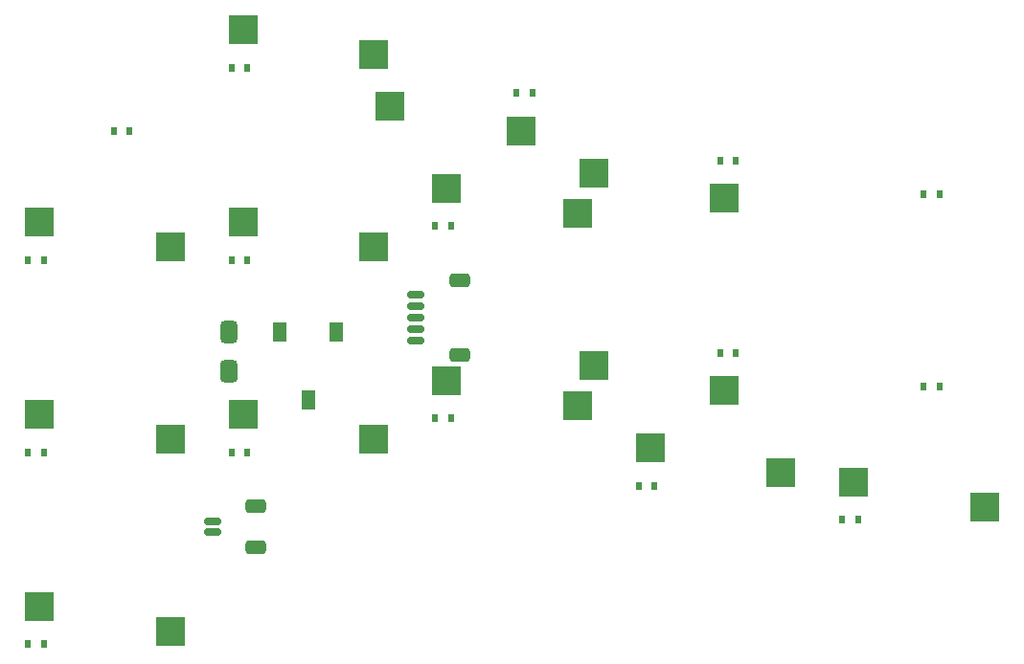
<source format=gbr>
%TF.GenerationSoftware,KiCad,Pcbnew,7.0.6-0*%
%TF.CreationDate,2023-08-01T13:28:46+08:00*%
%TF.ProjectId,left,6c656674-2e6b-4696-9361-645f70636258,v1.0.0*%
%TF.SameCoordinates,Original*%
%TF.FileFunction,Paste,Bot*%
%TF.FilePolarity,Positive*%
%FSLAX46Y46*%
G04 Gerber Fmt 4.6, Leading zero omitted, Abs format (unit mm)*
G04 Created by KiCad (PCBNEW 7.0.6-0) date 2023-08-01 13:28:46*
%MOMM*%
%LPD*%
G01*
G04 APERTURE LIST*
G04 Aperture macros list*
%AMRoundRect*
0 Rectangle with rounded corners*
0 $1 Rounding radius*
0 $2 $3 $4 $5 $6 $7 $8 $9 X,Y pos of 4 corners*
0 Add a 4 corners polygon primitive as box body*
4,1,4,$2,$3,$4,$5,$6,$7,$8,$9,$2,$3,0*
0 Add four circle primitives for the rounded corners*
1,1,$1+$1,$2,$3*
1,1,$1+$1,$4,$5*
1,1,$1+$1,$6,$7*
1,1,$1+$1,$8,$9*
0 Add four rect primitives between the rounded corners*
20,1,$1+$1,$2,$3,$4,$5,0*
20,1,$1+$1,$4,$5,$6,$7,0*
20,1,$1+$1,$6,$7,$8,$9,0*
20,1,$1+$1,$8,$9,$2,$3,0*%
G04 Aperture macros list end*
%ADD10R,0.600000X0.700000*%
%ADD11R,1.200000X1.800000*%
%ADD12RoundRect,0.381000X0.381000X-0.619000X0.381000X0.619000X-0.381000X0.619000X-0.381000X-0.619000X0*%
%ADD13RoundRect,0.378000X0.378000X-0.622000X0.378000X0.622000X-0.378000X0.622000X-0.378000X-0.622000X0*%
%ADD14RoundRect,0.150000X-0.625000X0.150000X-0.625000X-0.150000X0.625000X-0.150000X0.625000X0.150000X0*%
%ADD15RoundRect,0.250000X-0.650000X0.350000X-0.650000X-0.350000X0.650000X-0.350000X0.650000X0.350000X0*%
%ADD16R,2.600000X2.600000*%
G04 APERTURE END LIST*
D10*
%TO.C,D1*%
X74900000Y42400000D03*
X76300000Y42400000D03*
%TD*%
%TO.C,D2*%
X74900000Y25400000D03*
X76300000Y25400000D03*
%TD*%
%TO.C,D3*%
X4700000Y48000000D03*
X3300000Y48000000D03*
%TD*%
D11*
%TO.C,SS1*%
X18000000Y30250000D03*
X20500000Y24250000D03*
X23000000Y30250000D03*
%TD*%
D12*
%TO.C,SB1*%
X13500000Y26750000D03*
D13*
X13500000Y30250000D03*
%TD*%
D14*
%TO.C,JB1*%
X12000000Y12500000D03*
X12000000Y13500000D03*
D15*
X15875000Y11200000D03*
X15875000Y14800000D03*
%TD*%
D14*
%TO.C,JC1*%
X30000000Y29500000D03*
X30000000Y30500000D03*
X30000000Y31500000D03*
X30000000Y32500000D03*
X30000000Y33500000D03*
D15*
X33875000Y34800000D03*
X33875000Y28200000D03*
%TD*%
D16*
%TO.C,S3*%
X-3275000Y39950000D03*
X8275000Y37750000D03*
%TD*%
D10*
%TO.C,D4*%
X-2900000Y36600000D03*
X-4300000Y36600000D03*
%TD*%
D16*
%TO.C,S4*%
X-3275000Y22950000D03*
X8275000Y20750000D03*
%TD*%
D10*
%TO.C,D5*%
X-2900000Y19600000D03*
X-4300000Y19600000D03*
%TD*%
D16*
%TO.C,S5*%
X-3275000Y5950000D03*
X8275000Y3750000D03*
%TD*%
D10*
%TO.C,D6*%
X-2900000Y2600000D03*
X-4300000Y2600000D03*
%TD*%
D16*
%TO.C,S6*%
X14725000Y56950000D03*
X26275000Y54750000D03*
%TD*%
D10*
%TO.C,D7*%
X15100000Y53600000D03*
X13700000Y53600000D03*
%TD*%
D16*
%TO.C,S7*%
X14725000Y39950000D03*
X26275000Y37750000D03*
%TD*%
D10*
%TO.C,D8*%
X15100000Y36600000D03*
X13700000Y36600000D03*
%TD*%
D16*
%TO.C,S8*%
X14725000Y22950000D03*
X26275000Y20750000D03*
%TD*%
D10*
%TO.C,D9*%
X15100000Y19600000D03*
X13700000Y19600000D03*
%TD*%
D16*
%TO.C,S9*%
X39275000Y48050000D03*
X27725000Y50250000D03*
%TD*%
D10*
%TO.C,D10*%
X38900000Y51400000D03*
X40300000Y51400000D03*
%TD*%
D16*
%TO.C,S10*%
X32725000Y42950000D03*
X44275000Y40750000D03*
%TD*%
D10*
%TO.C,D11*%
X33100000Y39600000D03*
X31700000Y39600000D03*
%TD*%
D16*
%TO.C,S11*%
X32725000Y25950000D03*
X44275000Y23750000D03*
%TD*%
D10*
%TO.C,D12*%
X33100000Y22600000D03*
X31700000Y22600000D03*
%TD*%
D16*
%TO.C,S12*%
X57275000Y42050000D03*
X45725000Y44250000D03*
%TD*%
D10*
%TO.C,D13*%
X56900000Y45400000D03*
X58300000Y45400000D03*
%TD*%
D16*
%TO.C,S13*%
X57275000Y25050000D03*
X45725000Y27250000D03*
%TD*%
D10*
%TO.C,D14*%
X56900000Y28400000D03*
X58300000Y28400000D03*
%TD*%
D16*
%TO.C,S14*%
X50725000Y19950000D03*
X62275000Y17750000D03*
%TD*%
D10*
%TO.C,D15*%
X51100000Y16600000D03*
X49700000Y16600000D03*
%TD*%
D16*
%TO.C,S15*%
X68725000Y16950000D03*
X80275000Y14750000D03*
%TD*%
D10*
%TO.C,D16*%
X69100000Y13600000D03*
X67700000Y13600000D03*
%TD*%
M02*

</source>
